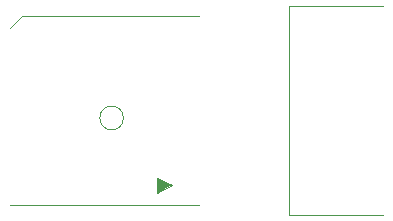
<source format=gbr>
%TF.GenerationSoftware,KiCad,Pcbnew,(6.0.2-0)*%
%TF.CreationDate,2022-03-06T07:34:13+00:00*%
%TF.ProjectId,L86,4c38362e-6b69-4636-9164-5f7063625858,rev?*%
%TF.SameCoordinates,Original*%
%TF.FileFunction,Legend,Top*%
%TF.FilePolarity,Positive*%
%FSLAX46Y46*%
G04 Gerber Fmt 4.6, Leading zero omitted, Abs format (unit mm)*
G04 Created by KiCad (PCBNEW (6.0.2-0)) date 2022-03-06 07:34:13*
%MOMM*%
%LPD*%
G01*
G04 APERTURE LIST*
%ADD10C,0.120000*%
G04 APERTURE END LIST*
D10*
%TO.C,J1*%
X115600000Y-108850000D02*
X123600000Y-108850000D01*
X115600000Y-108850000D02*
X115600000Y-91150000D01*
X115600000Y-91150000D02*
X123600000Y-91150000D01*
%TO.C,U1*%
X92000000Y-108000000D02*
X108000000Y-108000000D01*
X92000000Y-93000000D02*
X93000000Y-92000000D01*
X93000000Y-92000000D02*
X108000000Y-92000000D01*
X101600000Y-100630000D02*
G75*
G03*
X101600000Y-100630000I-1000000J0D01*
G01*
X105715000Y-106350000D02*
X104445000Y-106985000D01*
X104445000Y-106985000D02*
X104445000Y-105715000D01*
X104445000Y-105715000D02*
X105715000Y-106350000D01*
G36*
X105715000Y-106350000D02*
G01*
X104445000Y-106985000D01*
X104445000Y-105715000D01*
X105715000Y-106350000D01*
G37*
X105715000Y-106350000D02*
X104445000Y-106985000D01*
X104445000Y-105715000D01*
X105715000Y-106350000D01*
%TD*%
M02*

</source>
